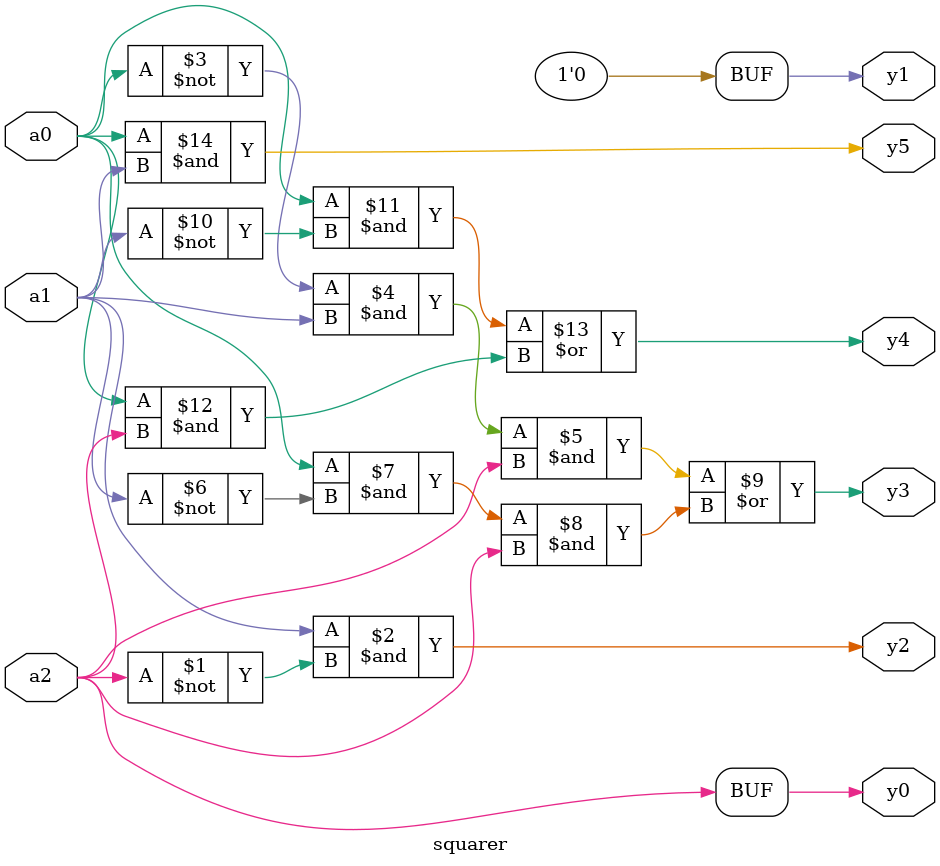
<source format=v>
module squarer(a0,a1,a2,y5,y4,y3,y2,y1,y0);
  input a0,a1,a2;
  output y5,y4,y3,y2,y1,y0;
  assign y0 = a2;
  assign y1 = 1'b0;
  assign y2 = a1&(~a2);
  assign y3 = ((~a0)&a1&(a2) | a0&(~a1)&(a2));
  assign y4 = (a0&(~a1) | a0&a2);
  assign y5 = a0&a1;
  endmodule
  
</source>
